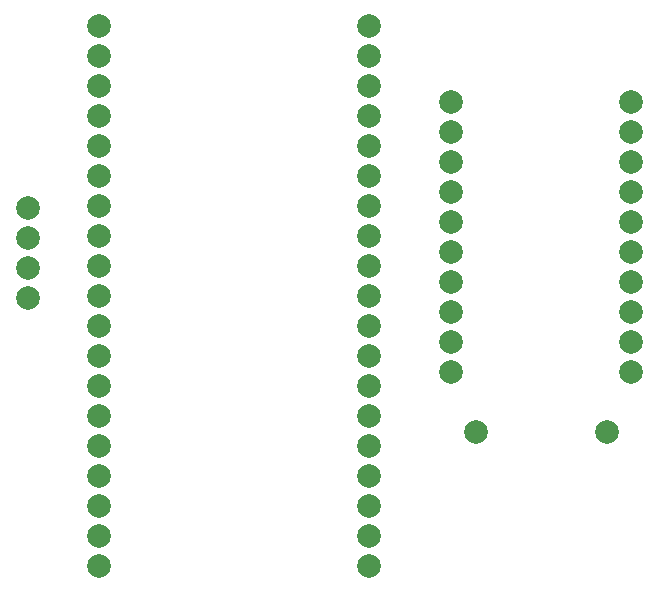
<source format=gbl>
G04 #@! TF.GenerationSoftware,KiCad,Pcbnew,(6.0.9)*
G04 #@! TF.CreationDate,2023-02-13T20:08:23+02:00*
G04 #@! TF.ProjectId,vodesht_vyzel,766f6465-7368-4745-9f76-797a656c2e6b,rev?*
G04 #@! TF.SameCoordinates,Original*
G04 #@! TF.FileFunction,Copper,L2,Bot*
G04 #@! TF.FilePolarity,Positive*
%FSLAX46Y46*%
G04 Gerber Fmt 4.6, Leading zero omitted, Abs format (unit mm)*
G04 Created by KiCad (PCBNEW (6.0.9)) date 2023-02-13 20:08:23*
%MOMM*%
%LPD*%
G01*
G04 APERTURE LIST*
G04 #@! TA.AperFunction,ComponentPad*
%ADD10C,2.000000*%
G04 #@! TD*
G04 APERTURE END LIST*
D10*
X147070000Y-79260000D03*
X147070000Y-81800000D03*
X147070000Y-84340000D03*
X147070000Y-86880000D03*
X147070000Y-89420000D03*
X147070000Y-91960000D03*
X147070000Y-94500000D03*
X147070000Y-97040000D03*
X147070000Y-99580000D03*
X147070000Y-102120000D03*
X147070000Y-104660000D03*
X147070000Y-107200000D03*
X147070000Y-109740000D03*
X147070000Y-112280000D03*
X147070000Y-114820000D03*
X147070000Y-117360000D03*
X147070000Y-119900000D03*
X147070000Y-122440000D03*
X147070000Y-124980000D03*
X169930000Y-79300000D03*
X169930000Y-81840000D03*
X169930000Y-84380000D03*
X169930000Y-86920000D03*
X169930000Y-89460000D03*
X169930000Y-92000000D03*
X169930000Y-94540000D03*
X169930000Y-97080000D03*
X169930000Y-99620000D03*
X169930000Y-102160000D03*
X169930000Y-104700000D03*
X169930000Y-107240000D03*
X169930000Y-109780000D03*
X169930000Y-112320000D03*
X169930000Y-114860000D03*
X169930000Y-117400000D03*
X169930000Y-119940000D03*
X169930000Y-122480000D03*
X169930000Y-125020000D03*
X141000000Y-94690000D03*
X141000000Y-97230000D03*
X141000000Y-99770000D03*
X141000000Y-102310000D03*
X190060000Y-113635000D03*
X192120000Y-108555000D03*
X192120000Y-106015000D03*
X192120000Y-103475000D03*
X192120000Y-100935000D03*
X192120000Y-98395000D03*
X192120000Y-95855000D03*
X192120000Y-93315000D03*
X192120000Y-90775000D03*
X192120000Y-88235000D03*
X192120000Y-85695000D03*
X178940000Y-113635000D03*
X176880000Y-108555000D03*
X176880000Y-106015000D03*
X176880000Y-103475000D03*
X176880000Y-100935000D03*
X176880000Y-98395000D03*
X176880000Y-95855000D03*
X176880000Y-93315000D03*
X176880000Y-90775000D03*
X176880000Y-88235000D03*
X176880000Y-85695000D03*
M02*

</source>
